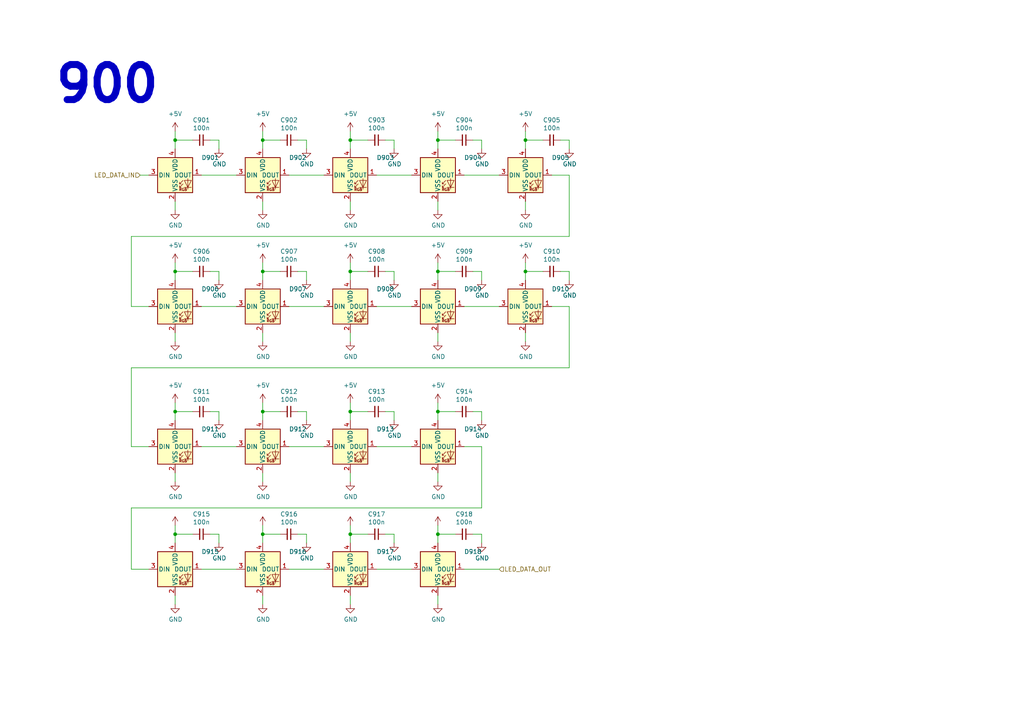
<source format=kicad_sch>
(kicad_sch (version 20231120) (generator "eeschema") (generator_version "8.0")
  (paper "A4")
  (lib_symbols
    (symbol "power:+5V" (power) (pin_names (offset 0))
      (property "Value" "+5V" (at 0 3.556 0))
      (symbol "+5V_0_1"
        (polyline (pts (xy -0.762 1.27) (xy 0 2.54)))
        (polyline (pts (xy 0 0) (xy 0 2.54)))
        (polyline (pts (xy 0 2.54) (xy 0.762 1.27)))
      )
      (symbol "+5V_1_1"
        (pin power_in line (at 0 0 90) (length 0) hide (name "+5V") (number "1"))
      )
    )
    (symbol "power:GND" (power) (pin_names (offset 0))
      (property "Value" "GND" (at 0 -3.81 0))
      (symbol "GND_0_1"
        (polyline (pts (xy 0 0) (xy 0 -1.27) (xy 1.27 -1.27) (xy 0 -2.54) (xy -1.27 -1.27) (xy 0 -1.27)))
      )
      (symbol "GND_1_1"
        (pin power_in line (at 0 0 270) (length 0) hide (name "GND") (number "1"))
      )
    )
    (symbol "suku_basics:CAP" (pin_numbers hide) (pin_names (offset 0.254) hide)
      (property "Reference" "C" (at 0.254 1.778 0))
      (symbol "CAP_0_1"
        (polyline (pts (xy -1.524 -0.508) (xy 1.524 -0.508)) (stroke (width 0.3302)))
        (polyline (pts (xy -1.524 0.508) (xy 1.524 0.508)) (stroke (width 0.3048)))
      )
      (symbol "CAP_1_1"
        (pin passive line (at 0 2.54 270) (length 2.032) (name "~") (number "1"))
        (pin passive line (at 0 -2.54 90) (length 2.032) (name "~") (number "2"))
      )
    )
    (symbol "suku_basics:UI_WS2812C-2020" (pin_names (offset 0.254))
      (property "Reference" "D" (at 5.08 5.715 0))
      (property "Value" "UI_WS2812C-2020" (at 1.27 -5.715 0))
      (symbol "UI_WS2812C-2020_0_0"
        (text "RGB" (at 2.286 -4.191 0) (effects (font (size 0.762 0.762))))
      )
      (symbol "UI_WS2812C-2020_0_1"
        (polyline (pts (xy 1.27 -3.556) (xy 1.778 -3.556)))
        (polyline (pts (xy 1.27 -2.54) (xy 1.778 -2.54)))
        (polyline (pts (xy 4.699 -3.556) (xy 2.667 -3.556)))
        (polyline (pts (xy 2.286 -2.54) (xy 1.27 -3.556) (xy 1.27 -3.048)))
        (polyline (pts (xy 2.286 -1.524) (xy 1.27 -2.54) (xy 1.27 -2.032)))
        (polyline (pts (xy 3.683 -1.016) (xy 3.683 -3.556) (xy 3.683 -4.064)))
        (polyline (pts (xy 4.699 -1.524) (xy 2.667 -1.524) (xy 3.683 -3.556) (xy 4.699 -1.524)))
        (rectangle (start 5.08 5.08) (end -5.08 -5.08) (stroke (width 0.254)) (fill (type background)))
      )
      (symbol "UI_WS2812C-2020_1_1"
        (pin output line (at 7.62 0 180) (length 2.54) (name "DOUT") (number "1"))
        (pin power_in line (at 0 -7.62 90) (length 2.54) (name "VSS") (number "2"))
        (pin input line (at -7.62 0 0) (length 2.54) (name "DIN") (number "3"))
        (pin power_in line (at 0 7.62 270) (length 2.54) (name "VDD") (number "4"))
      )
    )
  )
  (junction (at 127 40.64))
  (junction (at 101.6 154.94))
  (junction (at 76.2 154.94))
  (junction (at 50.8 119.38))
  (junction (at 76.2 78.74))
  (junction (at 101.6 78.74))
  (junction (at 101.6 119.38))
  (junction (at 50.8 40.64))
  (junction (at 127 154.94))
  (junction (at 152.4 40.64))
  (junction (at 127 78.74))
  (junction (at 127 119.38))
  (junction (at 101.6 40.64))
  (junction (at 152.4 78.74))
  (junction (at 50.8 78.74))
  (junction (at 76.2 119.38))
  (junction (at 50.8 154.94))
  (junction (at 76.2 40.64))
  (wire (pts (xy 139.7 147.32) (xy 38.1 147.32)))
  (wire (pts (xy 81.28 40.64) (xy 76.2 40.64)))
  (wire (pts (xy 127 81.28) (xy 127 78.74)))
  (wire (pts (xy 139.7 129.54) (xy 139.7 147.32)))
  (wire (pts (xy 114.3 40.64) (xy 111.76 40.64)))
  (wire (pts (xy 114.3 78.74) (xy 111.76 78.74)))
  (wire (pts (xy 63.5 78.74) (xy 60.96 78.74)))
  (wire (pts (xy 63.5 81.28) (xy 63.5 78.74)))
  (wire (pts (xy 50.8 40.64) (xy 50.8 38.1)))
  (wire (pts (xy 76.2 157.48) (xy 76.2 154.94)))
  (wire (pts (xy 38.1 129.54) (xy 43.18 129.54)))
  (wire (pts (xy 114.3 157.48) (xy 114.3 154.94)))
  (wire (pts (xy 76.2 60.96) (xy 76.2 58.42)))
  (wire (pts (xy 127 121.92) (xy 127 119.38)))
  (wire (pts (xy 38.1 68.58) (xy 165.1 68.58)))
  (wire (pts (xy 88.9 154.94) (xy 86.36 154.94)))
  (wire (pts (xy 50.8 60.96) (xy 50.8 58.42)))
  (wire (pts (xy 127 139.7) (xy 127 137.16)))
  (wire (pts (xy 165.1 81.28) (xy 165.1 78.74)))
  (wire (pts (xy 88.9 119.38) (xy 86.36 119.38)))
  (wire (pts (xy 38.1 68.58) (xy 38.1 88.9)))
  (wire (pts (xy 58.42 129.54) (xy 68.58 129.54)))
  (wire (pts (xy 81.28 154.94) (xy 76.2 154.94)))
  (wire (pts (xy 63.5 119.38) (xy 60.96 119.38)))
  (wire (pts (xy 76.2 40.64) (xy 76.2 38.1)))
  (wire (pts (xy 38.1 165.1) (xy 43.18 165.1)))
  (wire (pts (xy 63.5 40.64) (xy 60.96 40.64)))
  (wire (pts (xy 38.1 106.68) (xy 38.1 129.54)))
  (wire (pts (xy 165.1 40.64) (xy 162.56 40.64)))
  (wire (pts (xy 114.3 119.38) (xy 111.76 119.38)))
  (wire (pts (xy 38.1 147.32) (xy 38.1 165.1)))
  (wire (pts (xy 114.3 154.94) (xy 111.76 154.94)))
  (wire (pts (xy 165.1 78.74) (xy 162.56 78.74)))
  (wire (pts (xy 127 78.74) (xy 127 76.2)))
  (wire (pts (xy 58.42 165.1) (xy 68.58 165.1)))
  (wire (pts (xy 114.3 43.18) (xy 114.3 40.64)))
  (wire (pts (xy 101.6 175.26) (xy 101.6 172.72)))
  (wire (pts (xy 63.5 43.18) (xy 63.5 40.64)))
  (wire (pts (xy 76.2 76.2) (xy 76.2 78.74)))
  (wire (pts (xy 88.9 121.92) (xy 88.9 119.38)))
  (wire (pts (xy 101.6 43.18) (xy 101.6 40.64)))
  (wire (pts (xy 152.4 99.06) (xy 152.4 96.52)))
  (wire (pts (xy 109.22 129.54) (xy 119.38 129.54)))
  (wire (pts (xy 132.08 154.94) (xy 127 154.94)))
  (wire (pts (xy 152.4 43.18) (xy 152.4 40.64)))
  (wire (pts (xy 50.8 81.28) (xy 50.8 78.74)))
  (wire (pts (xy 83.82 165.1) (xy 93.98 165.1)))
  (wire (pts (xy 101.6 139.7) (xy 101.6 137.16)))
  (wire (pts (xy 63.5 154.94) (xy 60.96 154.94)))
  (wire (pts (xy 50.8 157.48) (xy 50.8 154.94)))
  (wire (pts (xy 127 60.96) (xy 127 58.42)))
  (wire (pts (xy 134.62 165.1) (xy 144.78 165.1)))
  (wire (pts (xy 50.8 175.26) (xy 50.8 172.72)))
  (wire (pts (xy 76.2 121.92) (xy 76.2 119.38)))
  (wire (pts (xy 88.9 43.18) (xy 88.9 40.64)))
  (wire (pts (xy 132.08 78.74) (xy 127 78.74)))
  (wire (pts (xy 38.1 88.9) (xy 43.18 88.9)))
  (wire (pts (xy 88.9 157.48) (xy 88.9 154.94)))
  (wire (pts (xy 81.28 119.38) (xy 76.2 119.38)))
  (wire (pts (xy 76.2 99.06) (xy 76.2 96.52)))
  (wire (pts (xy 101.6 121.92) (xy 101.6 119.38)))
  (wire (pts (xy 165.1 43.18) (xy 165.1 40.64)))
  (wire (pts (xy 101.6 99.06) (xy 101.6 96.52)))
  (wire (pts (xy 106.68 119.38) (xy 101.6 119.38)))
  (wire (pts (xy 40.64 50.8) (xy 43.18 50.8)))
  (wire (pts (xy 50.8 154.94) (xy 50.8 152.4)))
  (wire (pts (xy 127 43.18) (xy 127 40.64)))
  (wire (pts (xy 127 175.26) (xy 127 172.72)))
  (wire (pts (xy 83.82 129.54) (xy 93.98 129.54)))
  (wire (pts (xy 76.2 154.94) (xy 76.2 152.4)))
  (wire (pts (xy 50.8 119.38) (xy 50.8 116.84)))
  (wire (pts (xy 50.8 43.18) (xy 50.8 40.64)))
  (wire (pts (xy 134.62 50.8) (xy 144.78 50.8)))
  (wire (pts (xy 139.7 119.38) (xy 137.16 119.38)))
  (wire (pts (xy 50.8 119.38) (xy 55.88 119.38)))
  (wire (pts (xy 58.42 88.9) (xy 68.58 88.9)))
  (wire (pts (xy 134.62 129.54) (xy 139.7 129.54)))
  (wire (pts (xy 152.4 81.28) (xy 152.4 78.74)))
  (wire (pts (xy 81.28 78.74) (xy 76.2 78.74)))
  (wire (pts (xy 127 40.64) (xy 127 38.1)))
  (wire (pts (xy 58.42 50.8) (xy 68.58 50.8)))
  (wire (pts (xy 160.02 88.9) (xy 165.1 88.9)))
  (wire (pts (xy 160.02 50.8) (xy 165.1 50.8)))
  (wire (pts (xy 76.2 139.7) (xy 76.2 137.16)))
  (wire (pts (xy 50.8 78.74) (xy 55.88 78.74)))
  (wire (pts (xy 109.22 50.8) (xy 119.38 50.8)))
  (wire (pts (xy 106.68 78.74) (xy 101.6 78.74)))
  (wire (pts (xy 134.62 88.9) (xy 144.78 88.9)))
  (wire (pts (xy 114.3 81.28) (xy 114.3 78.74)))
  (wire (pts (xy 101.6 119.38) (xy 101.6 116.84)))
  (wire (pts (xy 152.4 60.96) (xy 152.4 58.42)))
  (wire (pts (xy 83.82 88.9) (xy 93.98 88.9)))
  (wire (pts (xy 101.6 81.28) (xy 101.6 78.74)))
  (wire (pts (xy 152.4 78.74) (xy 152.4 76.2)))
  (wire (pts (xy 88.9 81.28) (xy 88.9 78.74)))
  (wire (pts (xy 139.7 43.18) (xy 139.7 40.64)))
  (wire (pts (xy 63.5 157.48) (xy 63.5 154.94)))
  (wire (pts (xy 127 99.06) (xy 127 96.52)))
  (wire (pts (xy 101.6 40.64) (xy 101.6 38.1)))
  (wire (pts (xy 50.8 139.7) (xy 50.8 137.16)))
  (wire (pts (xy 165.1 68.58) (xy 165.1 50.8)))
  (wire (pts (xy 127 119.38) (xy 127 116.84)))
  (wire (pts (xy 139.7 121.92) (xy 139.7 119.38)))
  (wire (pts (xy 88.9 40.64) (xy 86.36 40.64)))
  (wire (pts (xy 76.2 116.84) (xy 76.2 119.38)))
  (wire (pts (xy 139.7 154.94) (xy 137.16 154.94)))
  (wire (pts (xy 139.7 157.48) (xy 139.7 154.94)))
  (wire (pts (xy 101.6 78.74) (xy 101.6 76.2)))
  (wire (pts (xy 127 154.94) (xy 127 152.4)))
  (wire (pts (xy 139.7 40.64) (xy 137.16 40.64)))
  (wire (pts (xy 106.68 40.64) (xy 101.6 40.64)))
  (wire (pts (xy 50.8 121.92) (xy 50.8 119.38)))
  (wire (pts (xy 101.6 154.94) (xy 101.6 152.4)))
  (wire (pts (xy 101.6 60.96) (xy 101.6 58.42)))
  (wire (pts (xy 165.1 106.68) (xy 165.1 88.9)))
  (wire (pts (xy 132.08 40.64) (xy 127 40.64)))
  (wire (pts (xy 114.3 121.92) (xy 114.3 119.38)))
  (wire (pts (xy 139.7 78.74) (xy 137.16 78.74)))
  (wire (pts (xy 157.48 78.74) (xy 152.4 78.74)))
  (wire (pts (xy 76.2 43.18) (xy 76.2 40.64)))
  (wire (pts (xy 38.1 106.68) (xy 165.1 106.68)))
  (wire (pts (xy 63.5 121.92) (xy 63.5 119.38)))
  (wire (pts (xy 76.2 175.26) (xy 76.2 172.72)))
  (wire (pts (xy 157.48 40.64) (xy 152.4 40.64)))
  (wire (pts (xy 132.08 119.38) (xy 127 119.38)))
  (wire (pts (xy 76.2 81.28) (xy 76.2 78.74)))
  (wire (pts (xy 109.22 165.1) (xy 119.38 165.1)))
  (wire (pts (xy 50.8 78.74) (xy 50.8 76.2)))
  (wire (pts (xy 106.68 154.94) (xy 101.6 154.94)))
  (wire (pts (xy 109.22 88.9) (xy 119.38 88.9)))
  (wire (pts (xy 50.8 99.06) (xy 50.8 96.52)))
  (wire (pts (xy 83.82 50.8) (xy 93.98 50.8)))
  (wire (pts (xy 101.6 157.48) (xy 101.6 154.94)))
  (wire (pts (xy 139.7 81.28) (xy 139.7 78.74)))
  (wire (pts (xy 152.4 40.64) (xy 152.4 38.1)))
  (wire (pts (xy 88.9 78.74) (xy 86.36 78.74)))
  (wire (pts (xy 50.8 154.94) (xy 55.88 154.94)))
  (wire (pts (xy 127 157.48) (xy 127 154.94)))
  (wire (pts (xy 50.8 40.64) (xy 55.88 40.64)))
  (text "900" (at 15.24 30.48 0) (effects (font (size 10.16 10.16) (thickness 2.032) (bold yes)) (justify left bottom)))
  (hierarchical_label "LED_DATA_OUT" (shape input) (at 144.78 165.1 0))
  (hierarchical_label "LED_DATA_IN" (shape input) (at 40.64 50.8 180))
  (symbol (lib_id "suku_basics:UI_WS2812C-2020") (at 50.8 50.8 0) (unit 1)
    (property "Reference" "D901" (at 58.42 45.72 0) (effects (justify left)))
    (property "Value" "WS2812C-2020" (effects (hide yes)))
    (property "Footprint" "suku_basics:UI_WS2812C-2020" (effects (hide yes)))
  )
  (symbol (lib_id "power:GND") (at 50.8 60.96 0) (unit 1)
    (property "Reference" "#PWR0911" (effects (hide yes)))
    (property "Value" "GND" (at 50.927 65.3542 0))
  )
  (symbol (lib_id "suku_basics:UI_WS2812C-2020") (at 76.2 50.8 0) (unit 1)
    (property "Reference" "D902" (at 83.82 45.72 0) (effects (justify left)))
    (property "Value" "WS2812C-2020" (effects (hide yes)))
    (property "Footprint" "suku_basics:UI_WS2812C-2020" (effects (hide yes)))
  )
  (symbol (lib_id "power:GND") (at 76.2 60.96 0) (unit 1)
    (property "Reference" "#PWR0912" (effects (hide yes)))
    (property "Value" "GND" (at 76.327 65.3542 0))
  )
  (symbol (lib_id "suku_basics:UI_WS2812C-2020") (at 101.6 50.8 0) (unit 1)
    (property "Reference" "D903" (at 109.22 45.72 0) (effects (justify left)))
    (property "Value" "WS2812C-2020" (effects (hide yes)))
    (property "Footprint" "suku_basics:UI_WS2812C-2020" (effects (hide yes)))
  )
  (symbol (lib_id "power:GND") (at 101.6 60.96 0) (unit 1)
    (property "Reference" "#PWR0913" (effects (hide yes)))
    (property "Value" "GND" (at 101.727 65.3542 0))
  )
  (symbol (lib_id "suku_basics:UI_WS2812C-2020") (at 127 50.8 0) (unit 1)
    (property "Reference" "D904" (at 134.62 45.72 0) (effects (justify left)))
    (property "Value" "WS2812C-2020" (effects (hide yes)))
    (property "Footprint" "suku_basics:UI_WS2812C-2020" (effects (hide yes)))
  )
  (symbol (lib_id "power:GND") (at 127 60.96 0) (unit 1)
    (property "Reference" "#PWR0914" (effects (hide yes)))
    (property "Value" "GND" (at 127.127 65.3542 0))
  )
  (symbol (lib_id "suku_basics:CAP") (at 58.42 40.64 270) (unit 1)
    (property "Reference" "C901" (at 58.42 34.8234 90))
    (property "Value" "100n" (at 58.42 37.1348 90))
    (property "Footprint" "suku_basics:CAP_0402" (effects (hide yes)))
  )
  (symbol (lib_id "power:GND") (at 63.5 43.18 0) (unit 1)
    (property "Reference" "#PWR0906" (effects (hide yes)))
    (property "Value" "GND" (at 63.627 47.5742 0))
  )
  (symbol (lib_id "suku_basics:CAP") (at 83.82 40.64 270) (unit 1)
    (property "Reference" "C902" (at 83.82 34.8234 90))
    (property "Value" "100n" (at 83.82 37.1348 90))
    (property "Footprint" "suku_basics:CAP_0402" (effects (hide yes)))
  )
  (symbol (lib_id "power:GND") (at 88.9 43.18 0) (unit 1)
    (property "Reference" "#PWR0907" (effects (hide yes)))
    (property "Value" "GND" (at 89.027 47.5742 0))
  )
  (symbol (lib_id "suku_basics:CAP") (at 109.22 40.64 270) (unit 1)
    (property "Reference" "C903" (at 109.22 34.8234 90))
    (property "Value" "100n" (at 109.22 37.1348 90))
    (property "Footprint" "suku_basics:CAP_0402" (effects (hide yes)))
  )
  (symbol (lib_id "power:GND") (at 114.3 43.18 0) (unit 1)
    (property "Reference" "#PWR0908" (effects (hide yes)))
    (property "Value" "GND" (at 114.427 47.5742 0))
  )
  (symbol (lib_id "suku_basics:CAP") (at 134.62 40.64 270) (unit 1)
    (property "Reference" "C904" (at 134.62 34.8234 90))
    (property "Value" "100n" (at 134.62 37.1348 90))
    (property "Footprint" "suku_basics:CAP_0402" (effects (hide yes)))
  )
  (symbol (lib_id "power:GND") (at 139.7 43.18 0) (unit 1)
    (property "Reference" "#PWR0909" (effects (hide yes)))
    (property "Value" "GND" (at 139.827 47.5742 0))
  )
  (symbol (lib_id "suku_basics:UI_WS2812C-2020") (at 50.8 88.9 0) (unit 1)
    (property "Reference" "D906" (at 58.42 83.82 0) (effects (justify left)))
    (property "Value" "WS2812C-2020" (effects (hide yes)))
    (property "Footprint" "suku_basics:UI_WS2812C-2020" (effects (hide yes)))
  )
  (symbol (lib_id "power:GND") (at 50.8 99.06 0) (unit 1)
    (property "Reference" "#PWR0926" (effects (hide yes)))
    (property "Value" "GND" (at 50.927 103.4542 0))
  )
  (symbol (lib_id "suku_basics:UI_WS2812C-2020") (at 76.2 88.9 0) (unit 1)
    (property "Reference" "D907" (at 83.82 83.82 0) (effects (justify left)))
    (property "Value" "WS2812C-2020" (effects (hide yes)))
    (property "Footprint" "suku_basics:UI_WS2812C-2020" (effects (hide yes)))
  )
  (symbol (lib_id "power:GND") (at 76.2 99.06 0) (unit 1)
    (property "Reference" "#PWR0927" (effects (hide yes)))
    (property "Value" "GND" (at 76.327 103.4542 0))
  )
  (symbol (lib_id "suku_basics:UI_WS2812C-2020") (at 101.6 88.9 0) (unit 1)
    (property "Reference" "D908" (at 109.22 83.82 0) (effects (justify left)))
    (property "Value" "WS2812C-2020" (effects (hide yes)))
    (property "Footprint" "suku_basics:UI_WS2812C-2020" (effects (hide yes)))
  )
  (symbol (lib_id "power:GND") (at 101.6 99.06 0) (unit 1)
    (property "Reference" "#PWR0928" (effects (hide yes)))
    (property "Value" "GND" (at 101.727 103.4542 0))
  )
  (symbol (lib_id "suku_basics:UI_WS2812C-2020") (at 127 88.9 0) (unit 1)
    (property "Reference" "D909" (at 134.62 83.82 0) (effects (justify left)))
    (property "Value" "WS2812C-2020" (effects (hide yes)))
    (property "Footprint" "suku_basics:UI_WS2812C-2020" (effects (hide yes)))
  )
  (symbol (lib_id "power:GND") (at 127 99.06 0) (unit 1)
    (property "Reference" "#PWR0929" (effects (hide yes)))
    (property "Value" "GND" (at 127.127 103.4542 0))
  )
  (symbol (lib_id "suku_basics:CAP") (at 58.42 78.74 270) (unit 1)
    (property "Reference" "C906" (at 58.42 72.9234 90))
    (property "Value" "100n" (at 58.42 75.2348 90))
    (property "Footprint" "suku_basics:CAP_0402" (effects (hide yes)))
  )
  (symbol (lib_id "power:GND") (at 63.5 81.28 0) (unit 1)
    (property "Reference" "#PWR0921" (effects (hide yes)))
    (property "Value" "GND" (at 63.627 85.6742 0))
  )
  (symbol (lib_id "suku_basics:CAP") (at 83.82 78.74 270) (unit 1)
    (property "Reference" "C907" (at 83.82 72.9234 90))
    (property "Value" "100n" (at 83.82 75.2348 90))
    (property "Footprint" "suku_basics:CAP_0402" (effects (hide yes)))
  )
  (symbol (lib_id "power:GND") (at 88.9 81.28 0) (unit 1)
    (property "Reference" "#PWR0922" (effects (hide yes)))
    (property "Value" "GND" (at 89.027 85.6742 0))
  )
  (symbol (lib_id "suku_basics:CAP") (at 109.22 78.74 270) (unit 1)
    (property "Reference" "C908" (at 109.22 72.9234 90))
    (property "Value" "100n" (at 109.22 75.2348 90))
    (property "Footprint" "suku_basics:CAP_0402" (effects (hide yes)))
  )
  (symbol (lib_id "power:GND") (at 114.3 81.28 0) (unit 1)
    (property "Reference" "#PWR0923" (effects (hide yes)))
    (property "Value" "GND" (at 114.427 85.6742 0))
  )
  (symbol (lib_id "suku_basics:CAP") (at 134.62 78.74 270) (unit 1)
    (property "Reference" "C909" (at 134.62 72.9234 90))
    (property "Value" "100n" (at 134.62 75.2348 90))
    (property "Footprint" "suku_basics:CAP_0402" (effects (hide yes)))
  )
  (symbol (lib_id "power:GND") (at 139.7 81.28 0) (unit 1)
    (property "Reference" "#PWR0924" (effects (hide yes)))
    (property "Value" "GND" (at 139.827 85.6742 0))
  )
  (symbol (lib_id "suku_basics:UI_WS2812C-2020") (at 50.8 165.1 0) (unit 1)
    (property "Reference" "D915" (at 58.42 160.02 0) (effects (justify left)))
    (property "Value" "WS2812C-2020" (effects (hide yes)))
    (property "Footprint" "suku_basics:UI_WS2812C-2020" (effects (hide yes)))
  )
  (symbol (lib_id "power:GND") (at 50.8 175.26 0) (unit 1)
    (property "Reference" "#PWR0953" (effects (hide yes)))
    (property "Value" "GND" (at 50.927 179.6542 0))
  )
  (symbol (lib_id "suku_basics:UI_WS2812C-2020") (at 76.2 165.1 0) (unit 1)
    (property "Reference" "D916" (at 83.82 160.02 0) (effects (justify left)))
    (property "Value" "WS2812C-2020" (effects (hide yes)))
    (property "Footprint" "suku_basics:UI_WS2812C-2020" (effects (hide yes)))
  )
  (symbol (lib_id "power:GND") (at 76.2 175.26 0) (unit 1)
    (property "Reference" "#PWR0954" (effects (hide yes)))
    (property "Value" "GND" (at 76.327 179.6542 0))
  )
  (symbol (lib_id "suku_basics:UI_WS2812C-2020") (at 101.6 165.1 0) (unit 1)
    (property "Reference" "D917" (at 109.22 160.02 0) (effects (justify left)))
    (property "Value" "WS2812C-2020" (effects (hide yes)))
    (property "Footprint" "suku_basics:UI_WS2812C-2020" (effects (hide yes)))
  )
  (symbol (lib_id "power:GND") (at 101.6 175.26 0) (unit 1)
    (property "Reference" "#PWR0955" (effects (hide yes)))
    (property "Value" "GND" (at 101.727 179.6542 0))
  )
  (symbol (lib_id "suku_basics:UI_WS2812C-2020") (at 127 165.1 0) (unit 1)
    (property "Reference" "D918" (at 134.62 160.02 0) (effects (justify left)))
    (property "Value" "WS2812C-2020" (effects (hide yes)))
    (property "Footprint" "suku_basics:UI_WS2812C-2020" (effects (hide yes)))
  )
  (symbol (lib_id "power:GND") (at 127 175.26 0) (unit 1)
    (property "Reference" "#PWR0956" (effects (hide yes)))
    (property "Value" "GND" (at 127.127 179.6542 0))
  )
  (symbol (lib_id "suku_basics:CAP") (at 58.42 154.94 270) (unit 1)
    (property "Reference" "C915" (at 58.42 149.1234 90))
    (property "Value" "100n" (at 58.42 151.4348 90))
    (property "Footprint" "suku_basics:CAP_0402" (effects (hide yes)))
  )
  (symbol (lib_id "power:GND") (at 63.5 157.48 0) (unit 1)
    (property "Reference" "#PWR0949" (effects (hide yes)))
    (property "Value" "GND" (at 63.627 161.8742 0))
  )
  (symbol (lib_id "suku_basics:CAP") (at 83.82 154.94 270) (unit 1)
    (property "Reference" "C916" (at 83.82 149.1234 90))
    (property "Value" "100n" (at 83.82 151.4348 90))
    (property "Footprint" "suku_basics:CAP_0402" (effects (hide yes)))
  )
  (symbol (lib_id "power:GND") (at 88.9 157.48 0) (unit 1)
    (property "Reference" "#PWR0950" (effects (hide yes)))
    (property "Value" "GND" (at 89.027 161.8742 0))
  )
  (symbol (lib_id "suku_basics:CAP") (at 109.22 154.94 270) (unit 1)
    (property "Reference" "C917" (at 109.22 149.1234 90))
    (property "Value" "100n" (at 109.22 151.4348 90))
    (property "Footprint" "suku_basics:CAP_0402" (effects (hide yes)))
  )
  (symbol (lib_id "power:GND") (at 114.3 157.48 0) (unit 1)
    (property "Reference" "#PWR0951" (effects (hide yes)))
    (property "Value" "GND" (at 114.427 161.8742 0))
  )
  (symbol (lib_id "suku_basics:CAP") (at 134.62 154.94 270) (unit 1)
    (property "Reference" "C918" (at 134.62 149.1234 90))
    (property "Value" "100n" (at 134.62 151.4348 90))
    (property "Footprint" "suku_basics:CAP_0402" (effects (hide yes)))
  )
  (symbol (lib_id "power:GND") (at 139.7 157.48 0) (unit 1)
    (property "Reference" "#PWR0952" (effects (hide yes)))
    (property "Value" "GND" (at 139.827 161.8742 0))
  )
  (symbol (lib_id "suku_basics:UI_WS2812C-2020") (at 76.2 129.54 0) (unit 1)
    (property "Reference" "D912" (at 83.82 124.46 0) (effects (justify left)))
    (property "Value" "WS2812C-2020" (effects (hide yes)))
    (property "Footprint" "suku_basics:UI_WS2812C-2020" (effects (hide yes)))
  )
  (symbol (lib_id "suku_basics:UI_WS2812C-2020") (at 152.4 88.9 0) (unit 1)
    (property "Reference" "D910" (at 160.02 83.82 0) (effects (justify left)))
    (property "Value" "WS2812C-2020" (effects (hide yes)))
    (property "Footprint" "suku_basics:UI_WS2812C-2020" (effects (hide yes)))
  )
  (symbol (lib_id "power:GND") (at 152.4 60.96 0) (unit 1)
    (property "Reference" "#PWR0915" (effects (hide yes)))
    (property "Value" "GND" (at 152.527 65.3542 0))
  )
  (symbol (lib_id "suku_basics:CAP") (at 160.02 40.64 270) (unit 1)
    (property "Reference" "C905" (at 160.02 34.8234 90))
    (property "Value" "100n" (at 160.02 37.1348 90))
    (property "Footprint" "suku_basics:CAP_0402" (effects (hide yes)))
  )
  (symbol (lib_id "power:+5V") (at 127 152.4 0) (unit 1)
    (property "Reference" "#PWR0948" (effects (hide yes)))
    (property "Value" "+5V" (effects (hide yes)))
  )
  (symbol (lib_id "power:GND") (at 165.1 43.18 0) (unit 1)
    (property "Reference" "#PWR0910" (effects (hide yes)))
    (property "Value" "GND" (at 165.227 47.5742 0))
  )
  (symbol (lib_id "power:+5V") (at 101.6 152.4 0) (unit 1)
    (property "Reference" "#PWR0947" (effects (hide yes)))
    (property "Value" "+5V" (effects (hide yes)))
  )
  (symbol (lib_id "power:GND") (at 152.4 99.06 0) (unit 1)
    (property "Reference" "#PWR0930" (effects (hide yes)))
    (property "Value" "GND" (at 152.527 103.4542 0))
  )
  (symbol (lib_id "power:+5V") (at 76.2 38.1 0) (unit 1)
    (property "Reference" "#PWR0902" (effects (hide yes)))
    (property "Value" "+5V" (at 76.2 33.02 0))
  )
  (symbol (lib_id "power:GND") (at 76.2 139.7 0) (unit 1)
    (property "Reference" "#PWR0940" (effects (hide yes)))
    (property "Value" "GND" (at 76.327 144.0942 0))
  )
  (symbol (lib_id "power:GND") (at 88.9 121.92 0) (unit 1)
    (property "Reference" "#PWR0936" (effects (hide yes)))
    (property "Value" "GND" (at 89.027 126.3142 0))
  )
  (symbol (lib_id "power:+5V") (at 127 38.1 0) (unit 1)
    (property "Reference" "#PWR0904" (effects (hide yes)))
    (property "Value" "+5V" (at 127 33.02 0))
  )
  (symbol (lib_id "suku_basics:CAP") (at 58.42 119.38 270) (unit 1)
    (property "Reference" "C911" (at 58.42 113.5634 90))
    (property "Value" "100n" (at 58.42 115.8748 90))
    (property "Footprint" "suku_basics:CAP_0402" (effects (hide yes)))
  )
  (symbol (lib_id "suku_basics:CAP") (at 83.82 119.38 270) (unit 1)
    (property "Reference" "C912" (at 83.82 113.5634 90))
    (property "Value" "100n" (at 83.82 115.8748 90))
    (property "Footprint" "suku_basics:CAP_0402" (effects (hide yes)))
  )
  (symbol (lib_id "suku_basics:UI_WS2812C-2020") (at 127 129.54 0) (unit 1)
    (property "Reference" "D914" (at 134.62 124.46 0) (effects (justify left)))
    (property "Value" "WS2812C-2020" (effects (hide yes)))
    (property "Footprint" "suku_basics:UI_WS2812C-2020" (effects (hide yes)))
  )
  (symbol (lib_id "power:GND") (at 165.1 81.28 0) (unit 1)
    (property "Reference" "#PWR0925" (effects (hide yes)))
    (property "Value" "GND" (at 165.227 85.6742 0))
  )
  (symbol (lib_id "power:+5V") (at 101.6 116.84 0) (unit 1)
    (property "Reference" "#PWR0933" (effects (hide yes)))
    (property "Value" "+5V" (at 101.6 111.76 0))
  )
  (symbol (lib_id "power:+5V") (at 50.8 152.4 0) (unit 1)
    (property "Reference" "#PWR0945" (effects (hide yes)))
    (property "Value" "+5V" (effects (hide yes)))
  )
  (symbol (lib_id "power:+5V") (at 76.2 116.84 0) (unit 1)
    (property "Reference" "#PWR0932" (effects (hide yes)))
    (property "Value" "+5V" (at 76.2 111.76 0))
  )
  (symbol (lib_id "power:+5V") (at 152.4 76.2 0) (unit 1)
    (property "Reference" "#PWR0920" (effects (hide yes)))
    (property "Value" "+5V" (at 152.4 71.12 0))
  )
  (symbol (lib_id "suku_basics:CAP") (at 160.02 78.74 270) (unit 1)
    (property "Reference" "C910" (at 160.02 72.9234 90))
    (property "Value" "100n" (at 160.02 75.2348 90))
    (property "Footprint" "suku_basics:CAP_0402" (effects (hide yes)))
  )
  (symbol (lib_id "power:+5V") (at 127 76.2 0) (unit 1)
    (property "Reference" "#PWR0919" (effects (hide yes)))
    (property "Value" "+5V" (at 127 71.12 0))
  )
  (symbol (lib_id "suku_basics:UI_WS2812C-2020") (at 101.6 129.54 0) (unit 1)
    (property "Reference" "D913" (at 109.22 124.46 0) (effects (justify left)))
    (property "Value" "WS2812C-2020" (effects (hide yes)))
    (property "Footprint" "suku_basics:UI_WS2812C-2020" (effects (hide yes)))
  )
  (symbol (lib_id "power:+5V") (at 101.6 76.2 0) (unit 1)
    (property "Reference" "#PWR0918" (effects (hide yes)))
    (property "Value" "+5V" (at 101.6 71.12 0))
  )
  (symbol (lib_id "power:GND") (at 63.5 121.92 0) (unit 1)
    (property "Reference" "#PWR0935" (effects (hide yes)))
    (property "Value" "GND" (at 63.627 126.3142 0))
  )
  (symbol (lib_id "power:GND") (at 127 139.7 0) (unit 1)
    (property "Reference" "#PWR0944" (effects (hide yes)))
    (property "Value" "GND" (at 127.127 144.0942 0))
  )
  (symbol (lib_id "power:GND") (at 101.6 139.7 0) (unit 1)
    (property "Reference" "#PWR0941" (effects (hide yes)))
    (property "Value" "GND" (at 101.727 144.0942 0))
  )
  (symbol (lib_id "power:GND") (at 50.8 139.7 0) (unit 1)
    (property "Reference" "#PWR0939" (effects (hide yes)))
    (property "Value" "GND" (at 50.927 144.0942 0))
  )
  (symbol (lib_id "power:+5V") (at 50.8 76.2 0) (unit 1)
    (property "Reference" "#PWR0916" (effects (hide yes)))
    (property "Value" "+5V" (at 50.8 71.12 0))
  )
  (symbol (lib_id "power:+5V") (at 50.8 116.84 0) (unit 1)
    (property "Reference" "#PWR0931" (effects (hide yes)))
    (property "Value" "+5V" (at 50.8 111.76 0))
  )
  (symbol (lib_id "power:GND") (at 139.7 121.92 0) (unit 1)
    (property "Reference" "#PWR0938" (effects (hide yes)))
    (property "Value" "GND" (at 139.827 126.3142 0))
  )
  (symbol (lib_id "power:GND") (at 114.3 121.92 0) (unit 1)
    (property "Reference" "#PWR0937" (effects (hide yes)))
    (property "Value" "GND" (at 114.427 126.3142 0))
  )
  (symbol (lib_id "power:+5V") (at 50.8 38.1 0) (unit 1)
    (property "Reference" "#PWR0901" (effects (hide yes)))
    (property "Value" "+5V" (at 50.8 33.02 0))
  )
  (symbol (lib_id "suku_basics:CAP") (at 134.62 119.38 270) (unit 1)
    (property "Reference" "C914" (at 134.62 113.5634 90))
    (property "Value" "100n" (at 134.62 115.8748 90))
    (property "Footprint" "suku_basics:CAP_0402" (effects (hide yes)))
  )
  (symbol (lib_id "power:+5V") (at 127 116.84 0) (unit 1)
    (property "Reference" "#PWR0934" (effects (hide yes)))
    (property "Value" "+5V" (at 127 111.76 0))
  )
  (symbol (lib_id "power:+5V") (at 76.2 152.4 0) (unit 1)
    (property "Reference" "#PWR0946" (effects (hide yes)))
    (property "Value" "+5V" (effects (hide yes)))
  )
  (symbol (lib_id "power:+5V") (at 76.2 76.2 0) (unit 1)
    (property "Reference" "#PWR0917" (effects (hide yes)))
    (property "Value" "+5V" (at 76.2 71.12 0))
  )
  (symbol (lib_id "power:+5V") (at 101.6 38.1 0) (unit 1)
    (property "Reference" "#PWR0903" (effects (hide yes)))
    (property "Value" "+5V" (at 101.6 33.02 0))
  )
  (symbol (lib_id "power:+5V") (at 152.4 38.1 0) (unit 1)
    (property "Reference" "#PWR0905" (effects (hide yes)))
    (property "Value" "+5V" (at 152.4 33.02 0))
  )
  (symbol (lib_id "suku_basics:UI_WS2812C-2020") (at 152.4 50.8 0) (unit 1)
    (property "Reference" "D905" (at 160.02 45.72 0) (effects (justify left)))
    (property "Value" "WS2812C-2020" (effects (hide yes)))
    (property "Footprint" "suku_basics:UI_WS2812C-2020" (effects (hide yes)))
  )
  (symbol (lib_id "suku_basics:UI_WS2812C-2020") (at 50.8 129.54 0) (unit 1)
    (property "Reference" "D911" (at 58.42 124.46 0) (effects (justify left)))
    (property "Value" "WS2812C-2020" (effects (hide yes)))
    (property "Footprint" "suku_basics:UI_WS2812C-2020" (effects (hide yes)))
  )
  (symbol (lib_id "suku_basics:CAP") (at 109.22 119.38 270) (unit 1)
    (property "Reference" "C913" (at 109.22 113.5634 90))
    (property "Value" "100n" (at 109.22 115.8748 90))
    (property "Footprint" "suku_basics:CAP_0402" (effects (hide yes)))
  )
)
</source>
